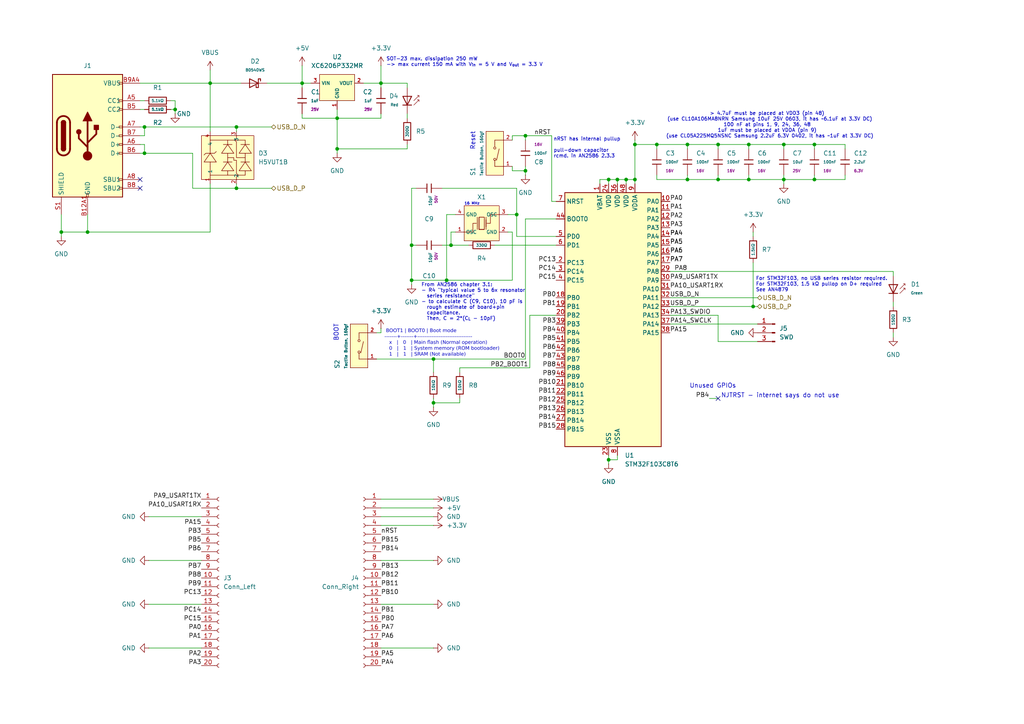
<source format=kicad_sch>
(kicad_sch
	(version 20250114)
	(generator "eeschema")
	(generator_version "9.0")
	(uuid "bca8bde7-1b71-423e-908f-8c2dd8a84df5")
	(paper "A4")
	(title_block
		(title "Pico STM32")
		(date "2025-09-05")
		(rev "1")
		(comment 1 "Copyright (c) 2025 Matthias Blankertz")
		(comment 2 "CC BY-SA 4.0")
	)
	
	(text "NJTRST - internet says do not use"
		(exclude_from_sim no)
		(at 226.314 114.808 0)
		(effects
			(font
				(size 1.27 1.27)
			)
		)
		(uuid "0de98a85-2cf7-4432-8650-a2f6ff1bb2bd")
	)
	(text "From AN2586 chapter 3.1:\n- R4 \"typical value 5 to 6x resonator\n  series resistance\"\n- to calculate C (C9, C10), 10 pF is\n  rough estimate of board+pin\n  capacitance.\n  Then, C = 2*(C_{L} - 10pF)"
		(exclude_from_sim no)
		(at 122.174 87.63 0)
		(effects
			(font
				(size 1.016 1.016)
			)
			(justify left)
			(href "https://www.st.com/resource/en/application_note/an2586-getting-started-with-stm32f10xxx-hardware-development-stmicroelectronics.pdf")
		)
		(uuid "176df50a-2bff-4e2c-ab47-bc8295068f50")
	)
	(text "nRST has internal pullup\n\npull-down capacitor\nrcmd. in AN2586 2.3.3"
		(exclude_from_sim no)
		(at 160.528 42.926 0)
		(effects
			(font
				(size 1.016 1.016)
			)
			(justify left)
		)
		(uuid "2be98501-37df-417a-ad86-6f0695c79dfa")
	)
	(text "Unused GPIOs"
		(exclude_from_sim no)
		(at 206.756 112.014 0)
		(effects
			(font
				(size 1.27 1.27)
			)
		)
		(uuid "51c5eb60-337e-43b4-95ae-026a33312373")
	)
	(text "SOT-23 max. dissipation 250 mW\n-> max current 150 mA with V_{in} = 5 V and V_{out} = 3.3 V"
		(exclude_from_sim no)
		(at 112.014 18.034 0)
		(effects
			(font
				(size 1.016 1.016)
			)
			(justify left)
		)
		(uuid "64608f3a-8257-4756-9539-456d0f847629")
	)
	(text "For STM32F103, no USB series resistor required.\nFor STM32F103, 1.5 kΩ pullop on D+ required\nSee AN4879"
		(exclude_from_sim no)
		(at 219.202 82.55 0)
		(effects
			(font
				(size 1.016 1.016)
			)
			(justify left)
			(href "https://www.st.com/resource/en/application_note/an4879-introduction-to-usb-hardware-and-pcb-guidelines-using-stm32-mcus-stmicroelectronics.pdf")
		)
		(uuid "923a1de2-3643-4080-9fb3-be3725fdf647")
	)
	(text "Reset"
		(exclude_from_sim no)
		(at 137.16 40.894 90)
		(effects
			(font
				(size 1.27 1.27)
			)
		)
		(uuid "9a0703c5-db31-4511-9301-5a1903bf4966")
	)
	(text " BOOT1 | BOOT0 | Boot mode\n-------+-------+-------------------------------\n   x   |   0   | Main flash (Normal operation) \n   0   |   1   | System memory (ROM bootloader)\n   1   |   1   | SRAM (Not available)    "
		(exclude_from_sim no)
		(at 111.506 99.822 0)
		(effects
			(font
				(face "Iosevka Fixed")
				(size 1.016 1.016)
			)
			(justify left)
		)
		(uuid "b229ff29-7b4e-4f5e-9307-6c0eb6b58f75")
	)
	(text "> 4.7uF must be placed at VDD3 (pin 48)\n  (use CL10A106MA8NRN Samsung 10uF 25V 0603, it has ~6.1uF at 3.3V DC)\n100 nF at pins 1, 9, 24, 36, 48\n1uF must be placed at VDDA (pin 9)\n  (use CL05A225MQ5NSNC Samsung 2.2uF 6.3V 0402, it has ~1uF at 3.3V DC)"
		(exclude_from_sim no)
		(at 222.504 36.322 0)
		(effects
			(font
				(size 1.016 1.016)
			)
		)
		(uuid "c7e8d18a-83ac-42b2-b506-7ba9b37b65f6")
	)
	(text "16 MHz"
		(exclude_from_sim no)
		(at 136.906 59.182 0)
		(effects
			(font
				(size 0.762 0.762)
			)
		)
		(uuid "d70d4257-6159-4ffa-9b12-2196703641cd")
	)
	(text "BOOT"
		(exclude_from_sim no)
		(at 97.536 96.52 90)
		(effects
			(font
				(size 1.27 1.27)
			)
		)
		(uuid "ff9fd2b2-9856-4537-9308-a463976340e4")
	)
	(junction
		(at 217.17 41.91)
		(diameter 0)
		(color 0 0 0 0)
		(uuid "065d8a08-0cc0-4d88-93a7-88b3b725b494")
	)
	(junction
		(at 50.8 31.75)
		(diameter 0)
		(color 0 0 0 0)
		(uuid "103c7078-b091-486c-9961-270d20c5fa4e")
	)
	(junction
		(at 119.38 71.12)
		(diameter 0)
		(color 0 0 0 0)
		(uuid "15413b07-760e-4612-bdb9-0c7dc4b805d0")
	)
	(junction
		(at 227.33 41.91)
		(diameter 0)
		(color 0 0 0 0)
		(uuid "1601b92f-71d9-4d86-992f-e61561130e14")
	)
	(junction
		(at 236.22 52.07)
		(diameter 0)
		(color 0 0 0 0)
		(uuid "19a2cf5b-9725-4a3c-8b9f-e3c7c652bc31")
	)
	(junction
		(at 119.38 81.28)
		(diameter 0)
		(color 0 0 0 0)
		(uuid "22183a79-352a-418e-9410-a081164910ab")
	)
	(junction
		(at 217.17 52.07)
		(diameter 0)
		(color 0 0 0 0)
		(uuid "2256fbd7-88da-4f86-8f52-e23ea7cebfa7")
	)
	(junction
		(at 176.53 133.35)
		(diameter 0)
		(color 0 0 0 0)
		(uuid "22ab1ee4-2596-4380-9289-7f99fefe9254")
	)
	(junction
		(at 97.79 43.18)
		(diameter 0)
		(color 0 0 0 0)
		(uuid "278f3007-587d-4cf7-9c18-84747c7ff29a")
	)
	(junction
		(at 152.4 39.37)
		(diameter 0)
		(color 0 0 0 0)
		(uuid "3168e21e-0f18-4020-9e1f-501e6a239c70")
	)
	(junction
		(at 130.81 71.12)
		(diameter 0)
		(color 0 0 0 0)
		(uuid "31dc9896-b36e-4eb4-8221-3d36e75247b5")
	)
	(junction
		(at 184.15 41.91)
		(diameter 0)
		(color 0 0 0 0)
		(uuid "33557d0c-5f70-4546-b478-094749793f07")
	)
	(junction
		(at 60.96 24.13)
		(diameter 0)
		(color 0 0 0 0)
		(uuid "39379791-c3bd-42da-9fb4-e87dd35b049b")
	)
	(junction
		(at 149.86 62.23)
		(diameter 0)
		(color 0 0 0 0)
		(uuid "3bd1067e-9fd9-4086-965a-3281a748804c")
	)
	(junction
		(at 68.58 54.61)
		(diameter 0)
		(color 0 0 0 0)
		(uuid "40f9cd4a-c934-47eb-b2ea-f151930eb46c")
	)
	(junction
		(at 199.39 41.91)
		(diameter 0)
		(color 0 0 0 0)
		(uuid "421724ed-ba9d-40d5-ba96-d9a8c55a9714")
	)
	(junction
		(at 110.49 24.13)
		(diameter 0)
		(color 0 0 0 0)
		(uuid "42ae7fa7-975c-4b9d-b61d-3b1757a0069f")
	)
	(junction
		(at 125.73 116.84)
		(diameter 0)
		(color 0 0 0 0)
		(uuid "4d000e9b-0676-4130-8f84-9d575bbaad57")
	)
	(junction
		(at 97.79 34.29)
		(diameter 0)
		(color 0 0 0 0)
		(uuid "620764c7-ce98-46b8-b03c-0dbce2e45af6")
	)
	(junction
		(at 181.61 52.07)
		(diameter 0)
		(color 0 0 0 0)
		(uuid "66aac186-b291-4fe5-abe7-3a005b31ce99")
	)
	(junction
		(at 208.28 41.91)
		(diameter 0)
		(color 0 0 0 0)
		(uuid "6725ce9c-ae8a-47d4-9e38-e905d0b3fd56")
	)
	(junction
		(at 87.63 24.13)
		(diameter 0)
		(color 0 0 0 0)
		(uuid "6e235f37-832b-40f5-a0bf-3837196270f2")
	)
	(junction
		(at 208.28 52.07)
		(diameter 0)
		(color 0 0 0 0)
		(uuid "77408af2-dee7-4b01-a160-e8b02254cd01")
	)
	(junction
		(at 199.39 52.07)
		(diameter 0)
		(color 0 0 0 0)
		(uuid "7970cdca-f962-4fae-a2b9-79985e96f473")
	)
	(junction
		(at 152.4 49.53)
		(diameter 0)
		(color 0 0 0 0)
		(uuid "8a7e82f3-8b14-42eb-be7f-be9905854acb")
	)
	(junction
		(at 41.91 44.45)
		(diameter 0)
		(color 0 0 0 0)
		(uuid "8d4d15e1-4622-4cfe-b72c-4bf1da183c0d")
	)
	(junction
		(at 179.07 52.07)
		(diameter 0)
		(color 0 0 0 0)
		(uuid "8ef48f3c-8372-4c96-90cc-688723088ee1")
	)
	(junction
		(at 176.53 52.07)
		(diameter 0)
		(color 0 0 0 0)
		(uuid "a777e426-f8d4-4d8e-a435-9f441d9ef241")
	)
	(junction
		(at 41.91 36.83)
		(diameter 0)
		(color 0 0 0 0)
		(uuid "b5ab0001-2136-4ab1-bc5c-218a0e327219")
	)
	(junction
		(at 129.54 81.28)
		(diameter 0)
		(color 0 0 0 0)
		(uuid "b9cee908-3d90-4d61-9acc-17cc3c752272")
	)
	(junction
		(at 190.5 41.91)
		(diameter 0)
		(color 0 0 0 0)
		(uuid "ba64f704-a023-4e84-b7c2-d42a5b748be0")
	)
	(junction
		(at 25.4 67.31)
		(diameter 0)
		(color 0 0 0 0)
		(uuid "bc3242d1-e7aa-4dd2-a8ea-7dc68ca5402d")
	)
	(junction
		(at 227.33 52.07)
		(diameter 0)
		(color 0 0 0 0)
		(uuid "c4958850-2520-437e-aee3-6ff0c9affc38")
	)
	(junction
		(at 184.15 52.07)
		(diameter 0)
		(color 0 0 0 0)
		(uuid "c899ae2f-4d41-4937-83b2-60035a1b6714")
	)
	(junction
		(at 218.44 88.9)
		(diameter 0)
		(color 0 0 0 0)
		(uuid "d030c756-8d9e-47a4-b01d-db1461876246")
	)
	(junction
		(at 125.73 104.14)
		(diameter 0)
		(color 0 0 0 0)
		(uuid "dd713638-8330-4d4e-9166-53531f6c61f5")
	)
	(junction
		(at 17.78 67.31)
		(diameter 0)
		(color 0 0 0 0)
		(uuid "e7fa8d3e-ffba-42d6-be8b-be07b35b23f8")
	)
	(junction
		(at 236.22 41.91)
		(diameter 0)
		(color 0 0 0 0)
		(uuid "f3a73adf-cd0b-42b8-83a3-441222f4b673")
	)
	(junction
		(at 68.58 36.83)
		(diameter 0)
		(color 0 0 0 0)
		(uuid "ffcf2942-a867-4fb0-9195-2750b27e5bee")
	)
	(no_connect
		(at 208.28 115.57)
		(uuid "2fd8e26c-4b23-4d9a-af38-2827c630dbcc")
	)
	(no_connect
		(at 40.64 54.61)
		(uuid "61e97ce0-595b-4816-b242-ef03e6c1d88d")
	)
	(no_connect
		(at 40.64 52.07)
		(uuid "e26ebe01-87ae-47ba-b97c-8ecb0eacd3b8")
	)
	(wire
		(pts
			(xy 236.22 41.91) (xy 245.11 41.91)
		)
		(stroke
			(width 0)
			(type default)
		)
		(uuid "0097b037-4430-45fb-946c-85f1fccc3d5c")
	)
	(wire
		(pts
			(xy 148.59 39.37) (xy 152.4 39.37)
		)
		(stroke
			(width 0)
			(type default)
		)
		(uuid "01a399c0-6e15-4412-b830-f88338aed5c0")
	)
	(wire
		(pts
			(xy 55.88 44.45) (xy 55.88 54.61)
		)
		(stroke
			(width 0)
			(type default)
		)
		(uuid "025f99fc-5cfb-481d-af4b-03cd703bb5eb")
	)
	(wire
		(pts
			(xy 227.33 52.07) (xy 227.33 53.34)
		)
		(stroke
			(width 0)
			(type default)
		)
		(uuid "0335a1b6-4505-4c65-aec4-b4419a7c90df")
	)
	(wire
		(pts
			(xy 190.5 52.07) (xy 199.39 52.07)
		)
		(stroke
			(width 0)
			(type default)
		)
		(uuid "03b490e4-dd04-4143-a932-6702d34fa076")
	)
	(wire
		(pts
			(xy 227.33 52.07) (xy 227.33 50.8)
		)
		(stroke
			(width 0)
			(type default)
		)
		(uuid "04d76157-c9e0-4f02-8ce2-0e6d5c6f2f8f")
	)
	(wire
		(pts
			(xy 105.41 24.13) (xy 110.49 24.13)
		)
		(stroke
			(width 0)
			(type default)
		)
		(uuid "0515086f-5e22-49a5-8cf4-bf8e1000405c")
	)
	(wire
		(pts
			(xy 217.17 41.91) (xy 227.33 41.91)
		)
		(stroke
			(width 0)
			(type default)
		)
		(uuid "054c11d5-3d3c-4a03-aecc-6f4cf8aaead7")
	)
	(wire
		(pts
			(xy 194.31 78.74) (xy 259.08 78.74)
		)
		(stroke
			(width 0)
			(type default)
		)
		(uuid "05f6f24a-51ab-41ca-bc04-584b4caf4f30")
	)
	(wire
		(pts
			(xy 87.63 33.02) (xy 87.63 34.29)
		)
		(stroke
			(width 0)
			(type default)
		)
		(uuid "070387b7-ff1c-4274-a63e-8e3660f735e1")
	)
	(wire
		(pts
			(xy 49.53 31.75) (xy 50.8 31.75)
		)
		(stroke
			(width 0)
			(type default)
		)
		(uuid "080f2a0c-6364-4bc3-9dbe-a067f2dfae67")
	)
	(wire
		(pts
			(xy 87.63 34.29) (xy 97.79 34.29)
		)
		(stroke
			(width 0)
			(type default)
		)
		(uuid "0916beaf-0094-4039-ab6a-f282d0a67c2e")
	)
	(wire
		(pts
			(xy 97.79 34.29) (xy 97.79 31.75)
		)
		(stroke
			(width 0)
			(type default)
		)
		(uuid "09549a0d-a9e2-4c94-82cd-ab6ed0a441ae")
	)
	(wire
		(pts
			(xy 217.17 52.07) (xy 227.33 52.07)
		)
		(stroke
			(width 0)
			(type default)
		)
		(uuid "0959e677-dfa9-4599-8694-5c5972fb2803")
	)
	(wire
		(pts
			(xy 119.38 81.28) (xy 129.54 81.28)
		)
		(stroke
			(width 0)
			(type default)
		)
		(uuid "0a416143-23ac-4545-8eef-ae880ecaf102")
	)
	(wire
		(pts
			(xy 130.81 67.31) (xy 130.81 71.12)
		)
		(stroke
			(width 0)
			(type default)
		)
		(uuid "0bbe351f-858d-4703-9800-dfa250a21279")
	)
	(wire
		(pts
			(xy 194.31 86.36) (xy 219.71 86.36)
		)
		(stroke
			(width 0)
			(type default)
		)
		(uuid "0c716ca3-2f56-4720-b4fb-38ed53141421")
	)
	(wire
		(pts
			(xy 97.79 43.18) (xy 97.79 34.29)
		)
		(stroke
			(width 0)
			(type default)
		)
		(uuid "0cdcc3b5-5cfc-40c8-b33b-6a9e6ad566f3")
	)
	(wire
		(pts
			(xy 184.15 41.91) (xy 184.15 52.07)
		)
		(stroke
			(width 0)
			(type default)
		)
		(uuid "0dc1b9f6-fd19-4414-bbc7-a91b4ad0c94b")
	)
	(wire
		(pts
			(xy 176.53 133.35) (xy 179.07 133.35)
		)
		(stroke
			(width 0)
			(type default)
		)
		(uuid "1130cc5e-8c8f-4bba-8f88-734b69ea4242")
	)
	(wire
		(pts
			(xy 40.64 36.83) (xy 41.91 36.83)
		)
		(stroke
			(width 0)
			(type default)
		)
		(uuid "12413652-0b9f-4790-a2a4-29086e8028a6")
	)
	(wire
		(pts
			(xy 118.11 41.91) (xy 118.11 43.18)
		)
		(stroke
			(width 0)
			(type default)
		)
		(uuid "12b2db09-979e-410f-a443-098cc835e58e")
	)
	(wire
		(pts
			(xy 199.39 41.91) (xy 199.39 43.18)
		)
		(stroke
			(width 0)
			(type default)
		)
		(uuid "13c4b3f7-53e7-4d41-bcbc-cab04e3563b1")
	)
	(wire
		(pts
			(xy 60.96 67.31) (xy 25.4 67.31)
		)
		(stroke
			(width 0)
			(type default)
		)
		(uuid "13d5e1bd-9636-4940-a436-cc09648f2a7d")
	)
	(wire
		(pts
			(xy 148.59 49.53) (xy 152.4 49.53)
		)
		(stroke
			(width 0)
			(type default)
		)
		(uuid "170ad039-596f-4980-8d32-15cf9b269ed2")
	)
	(wire
		(pts
			(xy 208.28 50.8) (xy 208.28 52.07)
		)
		(stroke
			(width 0)
			(type default)
		)
		(uuid "182e5232-0c66-4c2a-b93d-96a3c0e83063")
	)
	(wire
		(pts
			(xy 49.53 29.21) (xy 50.8 29.21)
		)
		(stroke
			(width 0)
			(type default)
		)
		(uuid "1b92e1a4-a62e-4999-bf30-81ac6f03a045")
	)
	(wire
		(pts
			(xy 68.58 53.34) (xy 68.58 54.61)
		)
		(stroke
			(width 0)
			(type default)
		)
		(uuid "1c618875-916e-4473-b51f-fbc7fb6be22e")
	)
	(wire
		(pts
			(xy 184.15 41.91) (xy 190.5 41.91)
		)
		(stroke
			(width 0)
			(type default)
		)
		(uuid "1d39a21f-7fb8-40b4-a13a-05bc329a7dfe")
	)
	(wire
		(pts
			(xy 110.49 19.05) (xy 110.49 24.13)
		)
		(stroke
			(width 0)
			(type default)
		)
		(uuid "1e84ca28-2ec2-4e4e-82ca-93dce779b195")
	)
	(wire
		(pts
			(xy 17.78 62.23) (xy 17.78 67.31)
		)
		(stroke
			(width 0)
			(type default)
		)
		(uuid "1f7b27e2-730c-4e88-b93d-8646c59b1bf4")
	)
	(wire
		(pts
			(xy 43.18 149.86) (xy 58.42 149.86)
		)
		(stroke
			(width 0)
			(type default)
		)
		(uuid "212f67e9-6148-4350-97ab-ac8bf9b0c148")
	)
	(wire
		(pts
			(xy 190.5 41.91) (xy 199.39 41.91)
		)
		(stroke
			(width 0)
			(type default)
		)
		(uuid "21ff2cbd-ece2-4314-af13-f0b02aefb6b3")
	)
	(wire
		(pts
			(xy 199.39 50.8) (xy 199.39 52.07)
		)
		(stroke
			(width 0)
			(type default)
		)
		(uuid "223195bf-982a-47bf-b7a1-05cafeb5433d")
	)
	(wire
		(pts
			(xy 133.35 106.68) (xy 153.67 106.68)
		)
		(stroke
			(width 0)
			(type default)
		)
		(uuid "22ab9b3b-841b-4efa-94a1-7cc12a197139")
	)
	(wire
		(pts
			(xy 208.28 91.44) (xy 208.28 99.06)
		)
		(stroke
			(width 0)
			(type default)
		)
		(uuid "258b7637-24cf-44b1-944f-558602ab9940")
	)
	(wire
		(pts
			(xy 120.65 54.61) (xy 119.38 54.61)
		)
		(stroke
			(width 0)
			(type default)
		)
		(uuid "2940b18d-0e4b-44f8-a084-c9f4a533d28b")
	)
	(wire
		(pts
			(xy 194.31 91.44) (xy 208.28 91.44)
		)
		(stroke
			(width 0)
			(type default)
		)
		(uuid "2c503e6f-8d32-46eb-ab74-8d2fc071f6a6")
	)
	(wire
		(pts
			(xy 41.91 36.83) (xy 68.58 36.83)
		)
		(stroke
			(width 0)
			(type default)
		)
		(uuid "2cabf226-415f-4a5f-911f-fc9459423348")
	)
	(wire
		(pts
			(xy 40.64 29.21) (xy 41.91 29.21)
		)
		(stroke
			(width 0)
			(type default)
		)
		(uuid "2ec23ed1-7b31-4876-9b3e-68d82f31f9a1")
	)
	(wire
		(pts
			(xy 218.44 88.9) (xy 219.71 88.9)
		)
		(stroke
			(width 0)
			(type default)
		)
		(uuid "30ec33a5-b646-405b-978c-70c5609ceeb1")
	)
	(wire
		(pts
			(xy 40.64 24.13) (xy 60.96 24.13)
		)
		(stroke
			(width 0)
			(type default)
		)
		(uuid "3187461c-d0a8-464d-98eb-213fcea72b62")
	)
	(wire
		(pts
			(xy 205.74 115.57) (xy 208.28 115.57)
		)
		(stroke
			(width 0)
			(type default)
		)
		(uuid "32236a9c-30d4-42a8-8fa6-3ef673c95b64")
	)
	(wire
		(pts
			(xy 119.38 82.55) (xy 119.38 81.28)
		)
		(stroke
			(width 0)
			(type default)
		)
		(uuid "3455cfc2-b98b-4e08-93da-14d84a0d30da")
	)
	(wire
		(pts
			(xy 176.53 133.35) (xy 176.53 134.62)
		)
		(stroke
			(width 0)
			(type default)
		)
		(uuid "345ad477-02fa-4d31-9efe-bcc6f2559e7c")
	)
	(wire
		(pts
			(xy 217.17 50.8) (xy 217.17 52.07)
		)
		(stroke
			(width 0)
			(type default)
		)
		(uuid "348ba0ac-8c92-4d0a-acb7-ec44b778b247")
	)
	(wire
		(pts
			(xy 148.59 40.64) (xy 148.59 39.37)
		)
		(stroke
			(width 0)
			(type default)
		)
		(uuid "364ed3ba-985f-4b25-a7e7-32aa150174dc")
	)
	(wire
		(pts
			(xy 259.08 96.52) (xy 259.08 97.79)
		)
		(stroke
			(width 0)
			(type default)
		)
		(uuid "371470ff-1404-48bd-9243-660b7f58cbe8")
	)
	(wire
		(pts
			(xy 125.73 144.78) (xy 110.49 144.78)
		)
		(stroke
			(width 0)
			(type default)
		)
		(uuid "385beb60-4fe4-4cd3-948b-867d317a9935")
	)
	(wire
		(pts
			(xy 118.11 33.02) (xy 118.11 34.29)
		)
		(stroke
			(width 0)
			(type default)
		)
		(uuid "39eca7aa-cad0-483b-8aad-e6c66b062b4f")
	)
	(wire
		(pts
			(xy 184.15 52.07) (xy 184.15 53.34)
		)
		(stroke
			(width 0)
			(type default)
		)
		(uuid "3be7f800-4021-4a45-a761-a596f8f144aa")
	)
	(wire
		(pts
			(xy 259.08 87.63) (xy 259.08 88.9)
		)
		(stroke
			(width 0)
			(type default)
		)
		(uuid "3f809cb4-0527-489a-9dac-70c3ca52fa9a")
	)
	(wire
		(pts
			(xy 25.4 67.31) (xy 25.4 62.23)
		)
		(stroke
			(width 0)
			(type default)
		)
		(uuid "40f8939b-0785-4ada-a543-c82c5669a1b1")
	)
	(wire
		(pts
			(xy 125.73 104.14) (xy 152.4 104.14)
		)
		(stroke
			(width 0)
			(type default)
		)
		(uuid "434f09b7-54f7-441e-8876-c781ee887611")
	)
	(wire
		(pts
			(xy 161.29 63.5) (xy 152.4 63.5)
		)
		(stroke
			(width 0)
			(type default)
		)
		(uuid "476d73e8-0433-4fa3-a3da-b352adea2c0d")
	)
	(wire
		(pts
			(xy 227.33 52.07) (xy 236.22 52.07)
		)
		(stroke
			(width 0)
			(type default)
		)
		(uuid "49a21735-870a-4e5f-85a5-bb8c80248446")
	)
	(wire
		(pts
			(xy 110.49 24.13) (xy 118.11 24.13)
		)
		(stroke
			(width 0)
			(type default)
		)
		(uuid "4b88a0dd-f525-4260-a933-daf8008f26a4")
	)
	(wire
		(pts
			(xy 125.73 104.14) (xy 125.73 107.95)
		)
		(stroke
			(width 0)
			(type default)
		)
		(uuid "4d00e364-1bd6-4eb7-9eae-4dffd132e4ef")
	)
	(wire
		(pts
			(xy 110.49 34.29) (xy 97.79 34.29)
		)
		(stroke
			(width 0)
			(type default)
		)
		(uuid "51cf0bf4-f4e0-4c33-b39d-a40ffee22c2d")
	)
	(wire
		(pts
			(xy 110.49 95.25) (xy 110.49 96.52)
		)
		(stroke
			(width 0)
			(type default)
		)
		(uuid "5207621d-c25b-4b36-9b52-4e922fda3dbe")
	)
	(wire
		(pts
			(xy 147.32 62.23) (xy 149.86 62.23)
		)
		(stroke
			(width 0)
			(type default)
		)
		(uuid "55ec3e1f-eaf9-48d7-984d-4fbcc3489f73")
	)
	(wire
		(pts
			(xy 119.38 81.28) (xy 119.38 71.12)
		)
		(stroke
			(width 0)
			(type default)
		)
		(uuid "56ced05a-af91-4822-a88e-1fd969b3db06")
	)
	(wire
		(pts
			(xy 128.27 71.12) (xy 130.81 71.12)
		)
		(stroke
			(width 0)
			(type default)
		)
		(uuid "5926bfd7-bb33-4c3f-b86a-0d6a379dfaf6")
	)
	(wire
		(pts
			(xy 208.28 41.91) (xy 199.39 41.91)
		)
		(stroke
			(width 0)
			(type default)
		)
		(uuid "593e1593-5ba3-4e65-aed3-72d4ab1e5b71")
	)
	(wire
		(pts
			(xy 125.73 149.86) (xy 110.49 149.86)
		)
		(stroke
			(width 0)
			(type default)
		)
		(uuid "593e2651-fdab-40bc-a01e-0ce3da57d4f5")
	)
	(wire
		(pts
			(xy 68.58 36.83) (xy 78.74 36.83)
		)
		(stroke
			(width 0)
			(type default)
		)
		(uuid "5b97d234-e498-4d8b-80c5-25087c37c863")
	)
	(wire
		(pts
			(xy 60.96 20.32) (xy 60.96 24.13)
		)
		(stroke
			(width 0)
			(type default)
		)
		(uuid "5f5bc9cd-f563-4fad-be54-78bdab75c228")
	)
	(wire
		(pts
			(xy 227.33 41.91) (xy 236.22 41.91)
		)
		(stroke
			(width 0)
			(type default)
		)
		(uuid "6083a791-9ce7-4fd8-816c-837580603d6b")
	)
	(wire
		(pts
			(xy 179.07 52.07) (xy 179.07 53.34)
		)
		(stroke
			(width 0)
			(type default)
		)
		(uuid "60847e99-495e-4112-880b-f814aee5838f")
	)
	(wire
		(pts
			(xy 125.73 187.96) (xy 110.49 187.96)
		)
		(stroke
			(width 0)
			(type default)
		)
		(uuid "60ec02ad-8b01-40dd-bd3c-76b4f7e4c1d4")
	)
	(wire
		(pts
			(xy 110.49 33.02) (xy 110.49 34.29)
		)
		(stroke
			(width 0)
			(type default)
		)
		(uuid "625a30e7-9564-47a8-8c9f-7208fbb65b67")
	)
	(wire
		(pts
			(xy 190.5 41.91) (xy 190.5 43.18)
		)
		(stroke
			(width 0)
			(type default)
		)
		(uuid "62cf9b78-46d6-488c-ae7a-113b09b3d341")
	)
	(wire
		(pts
			(xy 40.64 41.91) (xy 41.91 41.91)
		)
		(stroke
			(width 0)
			(type default)
		)
		(uuid "643bbc9e-2b05-4175-8968-57a98c401ed5")
	)
	(wire
		(pts
			(xy 125.73 162.56) (xy 110.49 162.56)
		)
		(stroke
			(width 0)
			(type default)
		)
		(uuid "6449dbc7-12a0-4677-984d-6f0b63ee6f63")
	)
	(wire
		(pts
			(xy 179.07 52.07) (xy 181.61 52.07)
		)
		(stroke
			(width 0)
			(type default)
		)
		(uuid "6476b196-d7e0-4527-8a59-ede3b00abf97")
	)
	(wire
		(pts
			(xy 176.53 52.07) (xy 179.07 52.07)
		)
		(stroke
			(width 0)
			(type default)
		)
		(uuid "68a14b13-3827-47ec-99e2-c6962b022a67")
	)
	(wire
		(pts
			(xy 236.22 52.07) (xy 245.11 52.07)
		)
		(stroke
			(width 0)
			(type default)
		)
		(uuid "6c658b45-4020-4105-963e-b3676651ba6d")
	)
	(wire
		(pts
			(xy 218.44 67.31) (xy 218.44 68.58)
		)
		(stroke
			(width 0)
			(type default)
		)
		(uuid "6f456bcd-5d4d-471d-8e13-4ead500dc0d5")
	)
	(wire
		(pts
			(xy 97.79 43.18) (xy 118.11 43.18)
		)
		(stroke
			(width 0)
			(type default)
		)
		(uuid "7153e7cc-5019-49ad-bc6c-786064a3c419")
	)
	(wire
		(pts
			(xy 125.73 115.57) (xy 125.73 116.84)
		)
		(stroke
			(width 0)
			(type default)
		)
		(uuid "71e95f9f-6ec9-4d5a-876a-9f73ed21d449")
	)
	(wire
		(pts
			(xy 129.54 81.28) (xy 148.59 81.28)
		)
		(stroke
			(width 0)
			(type default)
		)
		(uuid "73e47769-26b0-4b08-8758-a472b76152f9")
	)
	(wire
		(pts
			(xy 236.22 41.91) (xy 236.22 43.18)
		)
		(stroke
			(width 0)
			(type default)
		)
		(uuid "794ab667-c11b-4dfa-a362-8da8bdbce002")
	)
	(wire
		(pts
			(xy 153.67 106.68) (xy 153.67 91.44)
		)
		(stroke
			(width 0)
			(type default)
		)
		(uuid "797d097b-2be1-4e96-b46c-39ed5cbd89be")
	)
	(wire
		(pts
			(xy 160.02 58.42) (xy 161.29 58.42)
		)
		(stroke
			(width 0)
			(type default)
		)
		(uuid "7a0c1037-10fe-4d94-80a9-a067a8220228")
	)
	(wire
		(pts
			(xy 179.07 133.35) (xy 179.07 132.08)
		)
		(stroke
			(width 0)
			(type default)
		)
		(uuid "7a45c7c6-fe16-4faf-b666-de1a35a6741c")
	)
	(wire
		(pts
			(xy 208.28 41.91) (xy 208.28 43.18)
		)
		(stroke
			(width 0)
			(type default)
		)
		(uuid "7c22b9eb-d6e1-429e-ad7e-66f60c5a577c")
	)
	(wire
		(pts
			(xy 41.91 36.83) (xy 41.91 39.37)
		)
		(stroke
			(width 0)
			(type default)
		)
		(uuid "7c9eec9e-c747-4d50-8381-d15948de8d34")
	)
	(wire
		(pts
			(xy 152.4 63.5) (xy 152.4 104.14)
		)
		(stroke
			(width 0)
			(type default)
		)
		(uuid "81d8f5c0-f239-4e87-82db-54a04d48fd56")
	)
	(wire
		(pts
			(xy 148.59 49.53) (xy 148.59 48.26)
		)
		(stroke
			(width 0)
			(type default)
		)
		(uuid "85ce16ca-c2c7-43e9-b757-17791e05c255")
	)
	(wire
		(pts
			(xy 87.63 24.13) (xy 87.63 25.4)
		)
		(stroke
			(width 0)
			(type default)
		)
		(uuid "88784411-f0ff-47fc-8395-fc5b74e6deca")
	)
	(wire
		(pts
			(xy 148.59 67.31) (xy 148.59 81.28)
		)
		(stroke
			(width 0)
			(type default)
		)
		(uuid "88ec6734-e02f-4e96-8eef-7909f2a95585")
	)
	(wire
		(pts
			(xy 118.11 24.13) (xy 118.11 25.4)
		)
		(stroke
			(width 0)
			(type default)
		)
		(uuid "893c3585-5003-4114-8a25-bee4a3a97b8a")
	)
	(wire
		(pts
			(xy 120.65 71.12) (xy 119.38 71.12)
		)
		(stroke
			(width 0)
			(type default)
		)
		(uuid "89425256-6e23-45aa-861d-09d30ab10d1a")
	)
	(wire
		(pts
			(xy 110.49 96.52) (xy 109.22 96.52)
		)
		(stroke
			(width 0)
			(type default)
		)
		(uuid "8ab917fe-0a88-41e1-8227-5db2998ccc87")
	)
	(wire
		(pts
			(xy 50.8 31.75) (xy 50.8 33.02)
		)
		(stroke
			(width 0)
			(type default)
		)
		(uuid "8ac1172b-49cf-4729-82d7-4c44a1317776")
	)
	(wire
		(pts
			(xy 176.53 52.07) (xy 176.53 53.34)
		)
		(stroke
			(width 0)
			(type default)
		)
		(uuid "8b61a8ee-9183-4762-a892-38f93772fb54")
	)
	(wire
		(pts
			(xy 173.99 52.07) (xy 176.53 52.07)
		)
		(stroke
			(width 0)
			(type default)
		)
		(uuid "8cd46e7a-1013-439f-bf84-de2ebe9b4d59")
	)
	(wire
		(pts
			(xy 68.58 36.83) (xy 68.58 38.1)
		)
		(stroke
			(width 0)
			(type default)
		)
		(uuid "8eec735f-fd3f-4c75-a448-09687b31c790")
	)
	(wire
		(pts
			(xy 194.31 88.9) (xy 218.44 88.9)
		)
		(stroke
			(width 0)
			(type default)
		)
		(uuid "8f783960-9575-487d-b5df-a8b4e4c07913")
	)
	(wire
		(pts
			(xy 50.8 29.21) (xy 50.8 31.75)
		)
		(stroke
			(width 0)
			(type default)
		)
		(uuid "8f8fd213-4471-4323-b070-8d637ffd645e")
	)
	(wire
		(pts
			(xy 77.47 24.13) (xy 87.63 24.13)
		)
		(stroke
			(width 0)
			(type default)
		)
		(uuid "91c8da10-ccea-456b-ac64-1f17854e80c6")
	)
	(wire
		(pts
			(xy 125.73 116.84) (xy 125.73 118.11)
		)
		(stroke
			(width 0)
			(type default)
		)
		(uuid "91e6f490-4c2c-40fa-bb65-7b33ff67c893")
	)
	(wire
		(pts
			(xy 152.4 49.53) (xy 152.4 50.8)
		)
		(stroke
			(width 0)
			(type default)
		)
		(uuid "957be608-b024-4b9f-9954-bdcfeea0a048")
	)
	(wire
		(pts
			(xy 128.27 54.61) (xy 149.86 54.61)
		)
		(stroke
			(width 0)
			(type default)
		)
		(uuid "9610f41a-174e-4b23-a50b-78ec3609df28")
	)
	(wire
		(pts
			(xy 190.5 50.8) (xy 190.5 52.07)
		)
		(stroke
			(width 0)
			(type default)
		)
		(uuid "9a03175a-7f65-4cd6-a3d7-9ac4bd3ef52a")
	)
	(wire
		(pts
			(xy 132.08 62.23) (xy 129.54 62.23)
		)
		(stroke
			(width 0)
			(type default)
		)
		(uuid "9e301703-c39c-4c36-926f-9978f197300b")
	)
	(wire
		(pts
			(xy 60.96 24.13) (xy 60.96 38.1)
		)
		(stroke
			(width 0)
			(type default)
		)
		(uuid "9ece7b7b-3ce5-4614-8889-d228f80a72de")
	)
	(wire
		(pts
			(xy 184.15 40.64) (xy 184.15 41.91)
		)
		(stroke
			(width 0)
			(type default)
		)
		(uuid "9f94deb8-f3e5-4fd5-bcb6-627f38bb2e8a")
	)
	(wire
		(pts
			(xy 110.49 152.4) (xy 125.73 152.4)
		)
		(stroke
			(width 0)
			(type default)
		)
		(uuid "a1ff2e65-29cd-4bff-8467-8448f3a52a47")
	)
	(wire
		(pts
			(xy 153.67 91.44) (xy 161.29 91.44)
		)
		(stroke
			(width 0)
			(type default)
		)
		(uuid "a4fe3b2a-2c94-41af-8961-bc61c6befa8b")
	)
	(wire
		(pts
			(xy 245.11 41.91) (xy 245.11 43.18)
		)
		(stroke
			(width 0)
			(type default)
		)
		(uuid "a53ff22a-13d9-4ec1-9ac8-0f70cb53e0ef")
	)
	(wire
		(pts
			(xy 125.73 147.32) (xy 110.49 147.32)
		)
		(stroke
			(width 0)
			(type default)
		)
		(uuid "a6e5fe24-7338-4132-ab2e-e15765defd5a")
	)
	(wire
		(pts
			(xy 160.02 39.37) (xy 160.02 58.42)
		)
		(stroke
			(width 0)
			(type default)
		)
		(uuid "a7ac0b92-8565-471f-8b72-b30223f713d6")
	)
	(wire
		(pts
			(xy 218.44 76.2) (xy 218.44 88.9)
		)
		(stroke
			(width 0)
			(type default)
		)
		(uuid "a832cf45-ef5d-4e25-a7df-75b2dd1aa2cc")
	)
	(wire
		(pts
			(xy 119.38 71.12) (xy 119.38 54.61)
		)
		(stroke
			(width 0)
			(type default)
		)
		(uuid "a92bc40f-0094-4c69-899a-49a6dae6b7ae")
	)
	(wire
		(pts
			(xy 17.78 67.31) (xy 17.78 68.58)
		)
		(stroke
			(width 0)
			(type default)
		)
		(uuid "aa408401-686e-4243-92a8-8ca2f34ad7eb")
	)
	(wire
		(pts
			(xy 149.86 62.23) (xy 149.86 54.61)
		)
		(stroke
			(width 0)
			(type default)
		)
		(uuid "aad93ab5-c463-4c2b-ba4c-75c4d8ecbae9")
	)
	(wire
		(pts
			(xy 43.18 162.56) (xy 58.42 162.56)
		)
		(stroke
			(width 0)
			(type default)
		)
		(uuid "ac809e06-9f7e-4404-ac2f-24c6f4e46ed7")
	)
	(wire
		(pts
			(xy 208.28 52.07) (xy 217.17 52.07)
		)
		(stroke
			(width 0)
			(type default)
		)
		(uuid "b28a9049-19e9-4276-824a-2c282c5a92db")
	)
	(wire
		(pts
			(xy 199.39 52.07) (xy 208.28 52.07)
		)
		(stroke
			(width 0)
			(type default)
		)
		(uuid "b4392472-d169-41d6-bce0-df269c3cba02")
	)
	(wire
		(pts
			(xy 87.63 19.05) (xy 87.63 24.13)
		)
		(stroke
			(width 0)
			(type default)
		)
		(uuid "b4b17d82-abed-43a0-b91b-ac4a5ab9120a")
	)
	(wire
		(pts
			(xy 109.22 104.14) (xy 125.73 104.14)
		)
		(stroke
			(width 0)
			(type default)
		)
		(uuid "b53c2633-43a0-4d31-b497-3305b05e9b37")
	)
	(wire
		(pts
			(xy 147.32 67.31) (xy 148.59 67.31)
		)
		(stroke
			(width 0)
			(type default)
		)
		(uuid "b84f4aad-639d-4cd9-9484-9add37f0da39")
	)
	(wire
		(pts
			(xy 227.33 43.18) (xy 227.33 41.91)
		)
		(stroke
			(width 0)
			(type default)
		)
		(uuid "b8e813b3-9a73-4495-a4f5-7d912f53d029")
	)
	(wire
		(pts
			(xy 97.79 44.45) (xy 97.79 43.18)
		)
		(stroke
			(width 0)
			(type default)
		)
		(uuid "b911981b-d832-4ba3-870a-6bbb71fd1e81")
	)
	(wire
		(pts
			(xy 17.78 67.31) (xy 25.4 67.31)
		)
		(stroke
			(width 0)
			(type default)
		)
		(uuid "bbcde3bb-2163-496b-90f4-7391bebea132")
	)
	(wire
		(pts
			(xy 149.86 68.58) (xy 149.86 62.23)
		)
		(stroke
			(width 0)
			(type default)
		)
		(uuid "bcdc975d-2a05-474b-9281-d30664d6a32a")
	)
	(wire
		(pts
			(xy 55.88 54.61) (xy 68.58 54.61)
		)
		(stroke
			(width 0)
			(type default)
		)
		(uuid "bda5570b-be94-4dfd-ab66-ab9d7e222b0d")
	)
	(wire
		(pts
			(xy 236.22 52.07) (xy 236.22 50.8)
		)
		(stroke
			(width 0)
			(type default)
		)
		(uuid "c08427e8-30af-47ba-8bfa-50669b208c8d")
	)
	(wire
		(pts
			(xy 259.08 78.74) (xy 259.08 80.01)
		)
		(stroke
			(width 0)
			(type default)
		)
		(uuid "c261f353-d894-411c-8c3c-87aee846fcfe")
	)
	(wire
		(pts
			(xy 125.73 175.26) (xy 110.49 175.26)
		)
		(stroke
			(width 0)
			(type default)
		)
		(uuid "c3a628f3-16ca-4308-9705-79b7f122d855")
	)
	(wire
		(pts
			(xy 217.17 41.91) (xy 217.17 43.18)
		)
		(stroke
			(width 0)
			(type default)
		)
		(uuid "c4ae7d83-7d30-4083-badd-d0aa6cef50df")
	)
	(wire
		(pts
			(xy 245.11 52.07) (xy 245.11 50.8)
		)
		(stroke
			(width 0)
			(type default)
		)
		(uuid "cad572a1-cb74-4f77-b9c0-03354eb3dffe")
	)
	(wire
		(pts
			(xy 41.91 44.45) (xy 55.88 44.45)
		)
		(stroke
			(width 0)
			(type default)
		)
		(uuid "cbc13e4c-fcbf-40b2-b1a8-e3714e13d23d")
	)
	(wire
		(pts
			(xy 132.08 67.31) (xy 130.81 67.31)
		)
		(stroke
			(width 0)
			(type default)
		)
		(uuid "ccecd900-073f-4773-a29b-1b61d488bf7c")
	)
	(wire
		(pts
			(xy 194.31 93.98) (xy 219.71 93.98)
		)
		(stroke
			(width 0)
			(type default)
		)
		(uuid "ccf5e18a-82a2-456d-9450-1445b5b6b262")
	)
	(wire
		(pts
			(xy 41.91 44.45) (xy 40.64 44.45)
		)
		(stroke
			(width 0)
			(type default)
		)
		(uuid "cd63c8ec-6db2-4644-bdfb-262952751cbe")
	)
	(wire
		(pts
			(xy 129.54 62.23) (xy 129.54 81.28)
		)
		(stroke
			(width 0)
			(type default)
		)
		(uuid "ce687da7-98af-4c59-ad7d-9c69fad581f8")
	)
	(wire
		(pts
			(xy 152.4 39.37) (xy 152.4 40.64)
		)
		(stroke
			(width 0)
			(type default)
		)
		(uuid "d0700500-0ac5-416c-9910-6c382a25a5aa")
	)
	(wire
		(pts
			(xy 41.91 41.91) (xy 41.91 44.45)
		)
		(stroke
			(width 0)
			(type default)
		)
		(uuid "d243768d-fd8b-47cd-9c66-8b796ecc7af4")
	)
	(wire
		(pts
			(xy 133.35 116.84) (xy 125.73 116.84)
		)
		(stroke
			(width 0)
			(type default)
		)
		(uuid "d31b2331-be5d-4da2-98d5-9e1c7e6015e7")
	)
	(wire
		(pts
			(xy 152.4 48.26) (xy 152.4 49.53)
		)
		(stroke
			(width 0)
			(type default)
		)
		(uuid "d58a7961-c19e-4d6b-93e4-51d15cb2f897")
	)
	(wire
		(pts
			(xy 68.58 54.61) (xy 78.74 54.61)
		)
		(stroke
			(width 0)
			(type default)
		)
		(uuid "da0e1a54-9a5d-41ea-88d2-a8022bfbf05b")
	)
	(wire
		(pts
			(xy 133.35 106.68) (xy 133.35 107.95)
		)
		(stroke
			(width 0)
			(type default)
		)
		(uuid "db6a39b2-ab4b-4fbb-b18f-9ff823f672ee")
	)
	(wire
		(pts
			(xy 217.17 41.91) (xy 208.28 41.91)
		)
		(stroke
			(width 0)
			(type default)
		)
		(uuid "dc4c8322-4e08-4699-930d-aefe289960a9")
	)
	(wire
		(pts
			(xy 181.61 52.07) (xy 181.61 53.34)
		)
		(stroke
			(width 0)
			(type default)
		)
		(uuid "dd644320-aa92-43fd-9a1d-407aebae1c0d")
	)
	(wire
		(pts
			(xy 130.81 71.12) (xy 135.89 71.12)
		)
		(stroke
			(width 0)
			(type default)
		)
		(uuid "dfc26c7c-5d31-44f9-862b-fa3c0f51d30e")
	)
	(wire
		(pts
			(xy 152.4 39.37) (xy 160.02 39.37)
		)
		(stroke
			(width 0)
			(type default)
		)
		(uuid "dfecdc3b-d928-4656-b199-3a801ee6b24c")
	)
	(wire
		(pts
			(xy 43.18 175.26) (xy 58.42 175.26)
		)
		(stroke
			(width 0)
			(type default)
		)
		(uuid "e114854d-6eb6-42bd-90c6-dbbc56ccc3bb")
	)
	(wire
		(pts
			(xy 133.35 115.57) (xy 133.35 116.84)
		)
		(stroke
			(width 0)
			(type default)
		)
		(uuid "e212ea57-fab4-4d88-a1fe-1f332db27fb8")
	)
	(wire
		(pts
			(xy 60.96 53.34) (xy 60.96 67.31)
		)
		(stroke
			(width 0)
			(type default)
		)
		(uuid "e24775dd-26c1-4f80-87a4-7199ba0f2b94")
	)
	(wire
		(pts
			(xy 43.18 187.96) (xy 58.42 187.96)
		)
		(stroke
			(width 0)
			(type default)
		)
		(uuid "e31f93e9-25a0-4632-b863-201e22e9f81e")
	)
	(wire
		(pts
			(xy 90.17 24.13) (xy 87.63 24.13)
		)
		(stroke
			(width 0)
			(type default)
		)
		(uuid "e4e8e543-bdce-4170-a9ce-419be1e80151")
	)
	(wire
		(pts
			(xy 173.99 53.34) (xy 173.99 52.07)
		)
		(stroke
			(width 0)
			(type default)
		)
		(uuid "ec7fa9b0-5c01-4be7-af4b-308aca42352c")
	)
	(wire
		(pts
			(xy 143.51 71.12) (xy 161.29 71.12)
		)
		(stroke
			(width 0)
			(type default)
		)
		(uuid "ee29edf1-7f56-4b93-b27e-af9556f9182b")
	)
	(wire
		(pts
			(xy 181.61 52.07) (xy 184.15 52.07)
		)
		(stroke
			(width 0)
			(type default)
		)
		(uuid "f0fb9528-74d1-43ca-bfeb-1e20920bfa15")
	)
	(wire
		(pts
			(xy 40.64 31.75) (xy 41.91 31.75)
		)
		(stroke
			(width 0)
			(type default)
		)
		(uuid "f1a378cd-1ca7-4a7c-8449-d8409179f850")
	)
	(wire
		(pts
			(xy 208.28 99.06) (xy 219.71 99.06)
		)
		(stroke
			(width 0)
			(type default)
		)
		(uuid "f3922ef8-1800-4e38-b275-82396769a203")
	)
	(wire
		(pts
			(xy 161.29 68.58) (xy 149.86 68.58)
		)
		(stroke
			(width 0)
			(type default)
		)
		(uuid "f415b1e7-4f02-4fbd-a7ee-4a35220f5130")
	)
	(wire
		(pts
			(xy 176.53 132.08) (xy 176.53 133.35)
		)
		(stroke
			(width 0)
			(type default)
		)
		(uuid "f717693e-b495-45d4-af38-8cb0f6f736c5")
	)
	(wire
		(pts
			(xy 60.96 24.13) (xy 69.85 24.13)
		)
		(stroke
			(width 0)
			(type default)
		)
		(uuid "fae724b7-23fc-4999-85c5-cf2101f567d1")
	)
	(wire
		(pts
			(xy 41.91 39.37) (xy 40.64 39.37)
		)
		(stroke
			(width 0)
			(type default)
		)
		(uuid "fecc5ca3-1654-4752-aef7-f07b775f1952")
	)
	(wire
		(pts
			(xy 110.49 24.13) (xy 110.49 25.4)
		)
		(stroke
			(width 0)
			(type default)
		)
		(uuid "ffb6efc4-9bf4-483c-a5b7-70f6b29a36a8")
	)
	(label "PA7"
		(at 110.49 182.88 0)
		(effects
			(font
				(size 1.27 1.27)
			)
			(justify left bottom)
		)
		(uuid "016f47f2-9cf5-4a7e-8485-008e52bd1695")
	)
	(label "PA4"
		(at 194.31 68.58 0)
		(effects
			(font
				(size 1.27 1.27)
			)
			(justify left bottom)
		)
		(uuid "09dbc308-893a-4de3-9c80-8b589a607183")
	)
	(label "PA14_SWCLK"
		(at 194.31 93.98 0)
		(effects
			(font
				(size 1.27 1.27)
			)
			(justify left bottom)
		)
		(uuid "0a7e8888-2a95-44f5-b56f-717cf2ddc9f9")
	)
	(label "PA4"
		(at 110.49 193.04 0)
		(effects
			(font
				(size 1.27 1.27)
			)
			(justify left bottom)
		)
		(uuid "0b4a2324-493e-4d32-8ed1-ddadb9659a8a")
	)
	(label "PB13"
		(at 110.49 165.1 0)
		(effects
			(font
				(size 1.27 1.27)
			)
			(justify left bottom)
		)
		(uuid "115c8441-585e-4315-a988-ae40a61706d1")
	)
	(label "PA9_USART1TX"
		(at 194.31 81.28 0)
		(effects
			(font
				(size 1.27 1.27)
			)
			(justify left bottom)
		)
		(uuid "13eddada-b3a7-4201-b04a-c8015d7fe7f2")
	)
	(label "PC14"
		(at 58.42 177.8 180)
		(effects
			(font
				(size 1.27 1.27)
			)
			(justify right bottom)
		)
		(uuid "18950470-ca14-41e5-8823-07c61bd3d9e4")
	)
	(label "PB12"
		(at 110.49 167.64 0)
		(effects
			(font
				(size 1.27 1.27)
			)
			(justify left bottom)
		)
		(uuid "190ffa6b-552e-4b2b-a925-51727f9f392d")
	)
	(label "PA15"
		(at 58.42 152.4 180)
		(effects
			(font
				(size 1.27 1.27)
			)
			(justify right bottom)
		)
		(uuid "22131c70-aa5f-4b69-8880-c236cce3ade6")
	)
	(label "PB8"
		(at 58.42 167.64 180)
		(effects
			(font
				(size 1.27 1.27)
			)
			(justify right bottom)
		)
		(uuid "256aca9a-3040-4f66-8d7e-924ecd5ca8e9")
	)
	(label "PB11"
		(at 161.29 114.3 180)
		(effects
			(font
				(size 1.27 1.27)
			)
			(justify right bottom)
		)
		(uuid "27553a63-7916-48fc-afe8-60e1f8015555")
	)
	(label "PB10"
		(at 161.29 111.76 180)
		(effects
			(font
				(size 1.27 1.27)
			)
			(justify right bottom)
		)
		(uuid "27553a63-7916-48fc-afe8-60e1f8015556")
	)
	(label "PB12"
		(at 161.29 116.84 180)
		(effects
			(font
				(size 1.27 1.27)
			)
			(justify right bottom)
		)
		(uuid "27553a63-7916-48fc-afe8-60e1f8015557")
	)
	(label "PB14"
		(at 161.29 121.92 180)
		(effects
			(font
				(size 1.27 1.27)
			)
			(justify right bottom)
		)
		(uuid "27553a63-7916-48fc-afe8-60e1f8015558")
	)
	(label "PB15"
		(at 161.29 124.46 180)
		(effects
			(font
				(size 1.27 1.27)
			)
			(justify right bottom)
		)
		(uuid "27553a63-7916-48fc-afe8-60e1f8015559")
	)
	(label "PB13"
		(at 161.29 119.38 180)
		(effects
			(font
				(size 1.27 1.27)
			)
			(justify right bottom)
		)
		(uuid "27553a63-7916-48fc-afe8-60e1f801555a")
	)
	(label "PB11"
		(at 110.49 170.18 0)
		(effects
			(font
				(size 1.27 1.27)
			)
			(justify left bottom)
		)
		(uuid "28deb565-b209-479d-98ff-9a9a473df453")
	)
	(label "PA8"
		(at 195.58 78.74 0)
		(effects
			(font
				(size 1.27 1.27)
			)
			(justify left bottom)
		)
		(uuid "2d97c37a-4c7d-4faf-a3fd-9e27583024a5")
	)
	(label "PA0"
		(at 194.31 58.42 0)
		(effects
			(font
				(size 1.27 1.27)
			)
			(justify left bottom)
		)
		(uuid "2fd57dca-aab0-4ed6-8e0b-b352c2a13da8")
	)
	(label "PA7"
		(at 194.31 76.2 0)
		(effects
			(font
				(size 1.27 1.27)
			)
			(justify left bottom)
		)
		(uuid "34da2a65-633b-492e-aabf-78ea66c0b47e")
	)
	(label "PB7"
		(at 58.42 165.1 180)
		(effects
			(font
				(size 1.27 1.27)
			)
			(justify right bottom)
		)
		(uuid "38521991-1a46-44f9-b703-03fa905f5b10")
	)
	(label "PB4"
		(at 161.29 96.52 180)
		(effects
			(font
				(size 1.27 1.27)
			)
			(justify right bottom)
		)
		(uuid "41ddf293-4262-4bb3-ba26-2b3c0a6cd886")
	)
	(label "PC15"
		(at 58.42 180.34 180)
		(effects
			(font
				(size 1.27 1.27)
			)
			(justify right bottom)
		)
		(uuid "424960f9-e67a-464e-be48-7eb9ecd020ce")
	)
	(label "PB5"
		(at 161.29 99.06 180)
		(effects
			(font
				(size 1.27 1.27)
			)
			(justify right bottom)
		)
		(uuid "43a451fe-9973-42a9-822d-4b5c2685d3b9")
	)
	(label "PB6"
		(at 161.29 101.6 180)
		(effects
			(font
				(size 1.27 1.27)
			)
			(justify right bottom)
		)
		(uuid "4521efec-88db-4a5c-882a-5c6e8c5450bc")
	)
	(label "PB7"
		(at 161.29 104.14 180)
		(effects
			(font
				(size 1.27 1.27)
			)
			(justify right bottom)
		)
		(uuid "4521efec-88db-4a5c-882a-5c6e8c5450bd")
	)
	(label "PB8"
		(at 161.29 106.68 180)
		(effects
			(font
				(size 1.27 1.27)
			)
			(justify right bottom)
		)
		(uuid "4521efec-88db-4a5c-882a-5c6e8c5450be")
	)
	(label "PB9"
		(at 161.29 109.22 180)
		(effects
			(font
				(size 1.27 1.27)
			)
			(justify right bottom)
		)
		(uuid "4521efec-88db-4a5c-882a-5c6e8c5450bf")
	)
	(label "PB0"
		(at 110.49 180.34 0)
		(effects
			(font
				(size 1.27 1.27)
			)
			(justify left bottom)
		)
		(uuid "4c7c1b68-f77e-449e-9b21-687bf0b7123a")
	)
	(label "PB2_BOOT1"
		(at 142.24 106.68 0)
		(effects
			(font
				(size 1.27 1.27)
			)
			(justify left bottom)
		)
		(uuid "4cb66486-a92c-4545-9ee9-4ce2f3e6047e")
	)
	(label "PB14"
		(at 110.49 160.02 0)
		(effects
			(font
				(size 1.27 1.27)
			)
			(justify left bottom)
		)
		(uuid "52f96504-7cd0-4f19-aac3-43f53f93a307")
	)
	(label "USB_D_P"
		(at 194.31 88.9 0)
		(effects
			(font
				(size 1.27 1.27)
			)
			(justify left bottom)
		)
		(uuid "57e576a6-83a7-4bb0-8d29-fe19d95f2b36")
	)
	(label "PA1"
		(at 58.42 185.42 180)
		(effects
			(font
				(size 1.27 1.27)
			)
			(justify right bottom)
		)
		(uuid "58a4ee43-8df4-42fd-9e42-20edc0b19b96")
	)
	(label "PA0"
		(at 58.42 182.88 180)
		(effects
			(font
				(size 1.27 1.27)
			)
			(justify right bottom)
		)
		(uuid "6c1e6bff-bb7d-414d-a5ed-dd5bbb83a12c")
	)
	(label "PA3"
		(at 58.42 193.04 180)
		(effects
			(font
				(size 1.27 1.27)
			)
			(justify right bottom)
		)
		(uuid "6d7a0a69-ed3b-47b1-aa5a-4803b15b95aa")
	)
	(label "PA6"
		(at 194.31 73.66 0)
		(effects
			(font
				(size 1.27 1.27)
			)
			(justify left bottom)
		)
		(uuid "6e1cc4e7-453c-4203-a6e7-75608072d8d1")
	)
	(label "PA13_SWDIO"
		(at 194.31 91.44 0)
		(effects
			(font
				(size 1.27 1.27)
			)
			(justify left bottom)
		)
		(uuid "6e6103e1-93a2-49fe-b7e1-5997b29d0ce3")
	)
	(label "PC14"
		(at 161.29 78.74 180)
		(effects
			(font
				(size 1.27 1.27)
			)
			(justify right bottom)
		)
		(uuid "701f8089-726b-48b1-95d4-9f7e78e0d02f")
	)
	(label "PC15"
		(at 161.29 81.28 180)
		(effects
			(font
				(size 1.27 1.27)
			)
			(justify right bottom)
		)
		(uuid "701f8089-726b-48b1-95d4-9f7e78e0d030")
	)
	(label "PC13"
		(at 161.29 76.2 180)
		(effects
			(font
				(size 1.27 1.27)
			)
			(justify right bottom)
		)
		(uuid "701f8089-726b-48b1-95d4-9f7e78e0d031")
	)
	(label "PA7"
		(at 194.31 76.2 0)
		(effects
			(font
				(size 1.27 1.27)
			)
			(justify left bottom)
		)
		(uuid "7957cc3b-2b11-4ff8-838c-2ed1ad80f024")
	)
	(label "PA5"
		(at 194.31 71.12 0)
		(effects
			(font
				(size 1.27 1.27)
			)
			(justify left bottom)
		)
		(uuid "7bc86c99-a349-4cee-89f5-8a21a264905c")
	)
	(label "PB1"
		(at 110.49 177.8 0)
		(effects
			(font
				(size 1.27 1.27)
			)
			(justify left bottom)
		)
		(uuid "82f1db31-18aa-4050-9ec7-f4ed30a9c3b9")
	)
	(label "PA6"
		(at 110.49 185.42 0)
		(effects
			(font
				(size 1.27 1.27)
			)
			(justify left bottom)
		)
		(uuid "873019b4-7455-44d2-b5a9-f378e95558f3")
	)
	(label "PA4"
		(at 194.31 68.58 0)
		(effects
			(font
				(size 1.27 1.27)
			)
			(justify left bottom)
		)
		(uuid "898590d6-d98f-403b-a427-a7aec08c47ec")
	)
	(label "PC13"
		(at 58.42 172.72 180)
		(effects
			(font
				(size 1.27 1.27)
			)
			(justify right bottom)
		)
		(uuid "9a305364-2653-4b86-ae75-ef34cbe49269")
	)
	(label "PB3"
		(at 58.42 154.94 180)
		(effects
			(font
				(size 1.27 1.27)
			)
			(justify right bottom)
		)
		(uuid "9bf8280b-7d87-4780-8170-4f46351d4d71")
	)
	(label "PB3"
		(at 161.29 93.98 180)
		(effects
			(font
				(size 1.27 1.27)
			)
			(justify right bottom)
		)
		(uuid "9ca8278b-5d47-4260-bddf-7708515aee8a")
	)
	(label "USB_D_N"
		(at 194.31 86.36 0)
		(effects
			(font
				(size 1.27 1.27)
			)
			(justify left bottom)
		)
		(uuid "a21abf2c-9da6-4327-85a3-578d98558488")
	)
	(label "nRST"
		(at 110.49 154.94 0)
		(effects
			(font
				(size 1.27 1.27)
			)
			(justify left bottom)
		)
		(uuid "a4541513-7935-4ac3-b505-091212a404f2")
	)
	(label "PA2"
		(at 58.42 190.5 180)
		(effects
			(font
				(size 1.27 1.27)
			)
			(justify right bottom)
		)
		(uuid "a4e2df1a-5401-4109-9a3b-41cc1cf8173c")
	)
	(label "BOOT0"
		(at 146.05 104.14 0)
		(effects
			(font
				(size 1.27 1.27)
			)
			(justify left bottom)
		)
		(uuid "b9da0c35-6cfe-45fb-b61e-af316fa22731")
	)
	(label "PA2"
		(at 194.31 63.5 0)
		(effects
			(font
				(size 1.27 1.27)
			)
			(justify left bottom)
		)
		(uuid "bebc0066-dbd7-4b9d-a353-543a52072f83")
	)
	(label "PB4"
		(at 205.74 115.57 180)
		(effects
			(font
				(size 1.27 1.27)
			)
			(justify right bottom)
		)
		(uuid "c1071514-fec9-4bd7-b78f-2c86faf8e5a3")
	)
	(label "PB9"
		(at 58.42 170.18 180)
		(effects
			(font
				(size 1.27 1.27)
			)
			(justify right bottom)
		)
		(uuid "c19639dd-d115-4d7b-b742-833f963d792a")
	)
	(label "PA9_USART1TX"
		(at 58.42 144.78 180)
		(effects
			(font
				(size 1.27 1.27)
			)
			(justify right bottom)
		)
		(uuid "c24eb958-d76d-4393-b03a-5b3d7b9ff9ce")
	)
	(label "PB15"
		(at 110.49 157.48 0)
		(effects
			(font
				(size 1.27 1.27)
			)
			(justify left bottom)
		)
		(uuid "cbf66645-c0e9-454a-b288-50274ab2edfb")
	)
	(label "PA1"
		(at 194.31 60.96 0)
		(effects
			(font
				(size 1.27 1.27)
			)
			(justify left bottom)
		)
		(uuid "cca83d0b-4954-4ee6-8f63-3a074cddf99c")
	)
	(label "nRST"
		(at 154.94 39.37 0)
		(effects
			(font
				(size 1.27 1.27)
			)
			(justify left bottom)
		)
		(uuid "d46a94e7-05a5-4eac-81b8-f01c083187c7")
	)
	(label "PA5"
		(at 194.31 71.12 0)
		(effects
			(font
				(size 1.27 1.27)
			)
			(justify left bottom)
		)
		(uuid "d72d0149-bf61-4e8e-a8cd-4daa33965095")
	)
	(label "PA10_USART1RX"
		(at 58.42 147.32 180)
		(effects
			(font
				(size 1.27 1.27)
			)
			(justify right bottom)
		)
		(uuid "e12d5254-013f-4796-84f2-f4eccf67f8fd")
	)
	(label "PA5"
		(at 110.49 190.5 0)
		(effects
			(font
				(size 1.27 1.27)
			)
			(justify left bottom)
		)
		(uuid "e7743bad-1184-4e01-b521-087f74582099")
	)
	(label "PB6"
		(at 58.42 160.02 180)
		(effects
			(font
				(size 1.27 1.27)
			)
			(justify right bottom)
		)
		(uuid "e887d597-43e9-4ebe-b7ab-ddb6413259c7")
	)
	(label "PA3"
		(at 194.31 66.04 0)
		(effects
			(font
				(size 1.27 1.27)
			)
			(justify left bottom)
		)
		(uuid "ef5a7aa7-6f4f-4e00-b6dd-b92937f2f46a")
	)
	(label "PB5"
		(at 58.42 157.48 180)
		(effects
			(font
				(size 1.27 1.27)
			)
			(justify right bottom)
		)
		(uuid "f1587efb-0eb3-4291-89a6-4bf8289620a5")
	)
	(label "PA10_USART1RX"
		(at 194.31 83.82 0)
		(effects
			(font
				(size 1.27 1.27)
			)
			(justify left bottom)
		)
		(uuid "f3b615c1-7870-46d2-b9c4-84c3307c2648")
	)
	(label "PA6"
		(at 194.31 73.66 0)
		(effects
			(font
				(size 1.27 1.27)
			)
			(justify left bottom)
		)
		(uuid "fa2c7cae-5534-42e5-9a5f-ea0341d1aafb")
	)
	(label "PB1"
		(at 161.29 88.9 180)
		(effects
			(font
				(size 1.27 1.27)
			)
			(justify right bottom)
		)
		(uuid "fb09ebf6-7894-415f-b061-4940de681412")
	)
	(label "PB0"
		(at 161.29 86.36 180)
		(effects
			(font
				(size 1.27 1.27)
			)
			(justify right bottom)
		)
		(uuid "fb09ebf6-7894-415f-b061-4940de681413")
	)
	(label "PB10"
		(at 110.49 172.72 0)
		(effects
			(font
				(size 1.27 1.27)
			)
			(justify left bottom)
		)
		(uuid "fc096d90-7dc3-4725-a651-5389c70a9e7b")
	)
	(label "PA15"
		(at 194.31 96.52 0)
		(effects
			(font
				(size 1.27 1.27)
			)
			(justify left bottom)
		)
		(uuid "fcc5b66d-42d0-4a58-b76d-1c92e3e15e85")
	)
	(hierarchical_label "USB_D_N"
		(shape bidirectional)
		(at 219.71 86.36 0)
		(effects
			(font
				(size 1.27 1.27)
			)
			(justify left)
		)
		(uuid "56ea433f-985f-4196-949b-b9cc0e0b4913")
	)
	(hierarchical_label "USB_D_N"
		(shape bidirectional)
		(at 78.74 36.83 0)
		(effects
			(font
				(size 1.27 1.27)
			)
			(justify left)
		)
		(uuid "a5b0743a-27b2-4f7b-82ba-f61a94cd9343")
	)
	(hierarchical_label "USB_D_P"
		(shape bidirectional)
		(at 78.74 54.61 0)
		(effects
			(font
				(size 1.27 1.27)
			)
			(justify left)
		)
		(uuid "ad0c54b8-886d-4c19-8362-117b2c8d4639")
	)
	(hierarchical_label "USB_D_P"
		(shape bidirectional)
		(at 219.71 88.9 0)
		(effects
			(font
				(size 1.27 1.27)
			)
			(justify left)
		)
		(uuid "fe9681ef-66d5-4e06-be0e-9adabb6d7eb7")
	)
	(symbol
		(lib_id "PCM_JLCPCB-Diodes:Schottky,B0540WS")
		(at 73.66 24.13 90)
		(unit 1)
		(exclude_from_sim no)
		(in_bom yes)
		(on_board yes)
		(dnp no)
		(fields_autoplaced yes)
		(uuid "001cced7-9698-42ee-8973-f17f55532bc9")
		(property "Reference" "D2"
			(at 73.9775 17.78 90)
			(effects
				(font
					(size 1.27 1.27)
				)
			)
		)
		(property "Value" "B0540WS"
			(at 73.9775 20.32 90)
			(effects
				(font
					(size 0.8 0.8)
				)
			)
		)
		(property "Footprint" "PCM_JLCPCB:D_SOD-323"
			(at 73.66 25.908 90)
			(effects
				(font
					(size 1.27 1.27)
				)
				(hide yes)
			)
		)
		(property "Datasheet" "https://wmsc.lcsc.com/wmsc/upload/file/pdf/v2/lcsc/2308281514_hongjiacheng-B0540WS_C7420326.pdf"
			(at 73.66 24.13 0)
			(effects
				(font
					(size 1.27 1.27)
				)
				(hide yes)
			)
		)
		(property "Description" "40V Independent Type 500mA 510mV@500mA SOD-323 Schottky Diodes ROHS"
			(at 73.66 24.13 0)
			(effects
				(font
					(size 1.27 1.27)
				)
				(hide yes)
			)
		)
		(property "LCSC" "C7420326"
			(at 73.66 24.13 0)
			(effects
				(font
					(size 1.27 1.27)
				)
				(hide yes)
			)
		)
		(property "Stock" "261810"
			(at 73.66 24.13 0)
			(effects
				(font
					(size 1.27 1.27)
				)
				(hide yes)
			)
		)
		(property "Price" "0.018USD"
			(at 73.66 24.13 0)
			(effects
				(font
					(size 1.27 1.27)
				)
				(hide yes)
			)
		)
		(property "Process" "SMT"
			(at 73.66 24.13 0)
			(effects
				(font
					(size 1.27 1.27)
				)
				(hide yes)
			)
		)
		(property "Minimum Qty" "20"
			(at 73.66 24.13 0)
			(effects
				(font
					(size 1.27 1.27)
				)
				(hide yes)
			)
		)
		(property "Attrition Qty" "6"
			(at 73.66 24.13 0)
			(effects
				(font
					(size 1.27 1.27)
				)
				(hide yes)
			)
		)
		(property "Class" "Preferred Component"
			(at 73.66 24.13 0)
			(effects
				(font
					(size 1.27 1.27)
				)
				(hide yes)
			)
		)
		(property "Category" "Diodes,Schottky Barrier Diodes (SBD)"
			(at 73.66 24.13 0)
			(effects
				(font
					(size 1.27 1.27)
				)
				(hide yes)
			)
		)
		(property "Manufacturer" "hongjiacheng"
			(at 73.66 24.13 0)
			(effects
				(font
					(size 1.27 1.27)
				)
				(hide yes)
			)
		)
		(property "Part" "B0540WS"
			(at 73.66 24.13 0)
			(effects
				(font
					(size 1.27 1.27)
				)
				(hide yes)
			)
		)
		(pin "2"
			(uuid "ef77a966-4603-4621-a288-6466a099b14b")
		)
		(pin "1"
			(uuid "dfbbf68a-643e-46a5-8d84-731d6f7dc068")
		)
		(instances
			(project ""
				(path "/bca8bde7-1b71-423e-908f-8c2dd8a84df5"
					(reference "D2")
					(unit 1)
				)
			)
		)
	)
	(symbol
		(lib_id "PCM_JLCPCB-Capacitors:0402,10pF")
		(at 124.46 71.12 90)
		(mirror x)
		(unit 1)
		(exclude_from_sim no)
		(in_bom yes)
		(on_board yes)
		(dnp no)
		(uuid "09f9b246-e654-45aa-ac19-20d3e8911708")
		(property "Reference" "C10"
			(at 124.46 80.01 90)
			(effects
				(font
					(size 1.27 1.27)
				)
			)
		)
		(property "Value" "10pF"
			(at 124.8382 73.152 0)
			(effects
				(font
					(size 0.8 0.8)
				)
				(justify left)
			)
		)
		(property "Footprint" "PCM_JLCPCB:C_0402"
			(at 124.46 69.342 90)
			(effects
				(font
					(size 1.27 1.27)
				)
				(hide yes)
			)
		)
		(property "Datasheet" "https://www.lcsc.com/datasheet/lcsc_datasheet_2304140030_Samsung-Electro-Mechanics-CL05C100JB5NNNC_C32949.pdf"
			(at 124.46 71.12 0)
			(effects
				(font
					(size 1.27 1.27)
				)
				(hide yes)
			)
		)
		(property "Description" "50V 10pF C0G ±5% 0402 Multilayer Ceramic Capacitors MLCC - SMD/SMT ROHS"
			(at 124.46 71.12 0)
			(effects
				(font
					(size 1.27 1.27)
				)
				(hide yes)
			)
		)
		(property "LCSC" "C32949"
			(at 124.46 71.12 0)
			(effects
				(font
					(size 1.27 1.27)
				)
				(hide yes)
			)
		)
		(property "Stock" "564575"
			(at 124.46 71.12 0)
			(effects
				(font
					(size 1.27 1.27)
				)
				(hide yes)
			)
		)
		(property "Price" "0.007USD"
			(at 124.46 71.12 0)
			(effects
				(font
					(size 1.27 1.27)
				)
				(hide yes)
			)
		)
		(property "Process" "SMT"
			(at 124.46 71.12 0)
			(effects
				(font
					(size 1.27 1.27)
				)
				(hide yes)
			)
		)
		(property "Minimum Qty" "20"
			(at 124.46 71.12 0)
			(effects
				(font
					(size 1.27 1.27)
				)
				(hide yes)
			)
		)
		(property "Attrition Qty" "10"
			(at 124.46 71.12 0)
			(effects
				(font
					(size 1.27 1.27)
				)
				(hide yes)
			)
		)
		(property "Class" "Basic Component"
			(at 124.46 71.12 0)
			(effects
				(font
					(size 1.27 1.27)
				)
				(hide yes)
			)
		)
		(property "Category" "Capacitors,Multilayer Ceramic Capacitors MLCC - SMD/SMT"
			(at 124.46 71.12 0)
			(effects
				(font
					(size 1.27 1.27)
				)
				(hide yes)
			)
		)
		(property "Manufacturer" "Samsung Electro-Mechanics"
			(at 124.46 71.12 0)
			(effects
				(font
					(size 1.27 1.27)
				)
				(hide yes)
			)
		)
		(property "Part" "CL05C100JB5NNNC"
			(at 124.46 71.12 0)
			(effects
				(font
					(size 1.27 1.27)
				)
				(hide yes)
			)
		)
		(property "Voltage Rated" "50V"
			(at 126.5062 73.152 0)
			(effects
				(font
					(size 0.8 0.8)
				)
				(justify left)
			)
		)
		(property "Tolerance" "±5%"
			(at 124.46 71.12 0)
			(effects
				(font
					(size 1.27 1.27)
				)
				(hide yes)
			)
		)
		(property "Capacitance" "10pF"
			(at 124.46 71.12 0)
			(effects
				(font
					(size 1.27 1.27)
				)
				(hide yes)
			)
		)
		(property "Temperature Coefficient" "C0G"
			(at 124.46 71.12 0)
			(effects
				(font
					(size 1.27 1.27)
				)
				(hide yes)
			)
		)
		(pin "2"
			(uuid "2516cf8a-170d-41a1-bbe7-05c89b855aca")
		)
		(pin "1"
			(uuid "245ebada-6a8e-48b8-9f38-5ba2163b9c1a")
		)
		(instances
			(project "mini-stm-board"
				(path "/bca8bde7-1b71-423e-908f-8c2dd8a84df5"
					(reference "C10")
					(unit 1)
				)
			)
		)
	)
	(symbol
		(lib_id "PCM_JLCPCB-Capacitors:0402,100nF")
		(at 236.22 46.99 0)
		(unit 1)
		(exclude_from_sim no)
		(in_bom yes)
		(on_board yes)
		(dnp no)
		(fields_autoplaced yes)
		(uuid "0e347212-8c47-4b33-8ec3-e5561d84a4a8")
		(property "Reference" "C11"
			(at 238.76 44.4499 0)
			(effects
				(font
					(size 1.27 1.27)
				)
				(justify left)
			)
		)
		(property "Value" "100nF"
			(at 238.76 46.99 0)
			(effects
				(font
					(size 0.8 0.8)
				)
				(justify left)
			)
		)
		(property "Footprint" "PCM_JLCPCB:C_0402"
			(at 234.442 46.99 90)
			(effects
				(font
					(size 1.27 1.27)
				)
				(hide yes)
			)
		)
		(property "Datasheet" "https://www.lcsc.com/datasheet/lcsc_datasheet_2304140030_Samsung-Electro-Mechanics-CL05B104KO5NNNC_C1525.pdf"
			(at 236.22 46.99 0)
			(effects
				(font
					(size 1.27 1.27)
				)
				(hide yes)
			)
		)
		(property "Description" "16V 100nF X7R ±10% 0402 Multilayer Ceramic Capacitors MLCC - SMD/SMT ROHS"
			(at 236.22 46.99 0)
			(effects
				(font
					(size 1.27 1.27)
				)
				(hide yes)
			)
		)
		(property "LCSC" "C1525"
			(at 236.22 46.99 0)
			(effects
				(font
					(size 1.27 1.27)
				)
				(hide yes)
			)
		)
		(property "Stock" "20208285"
			(at 236.22 46.99 0)
			(effects
				(font
					(size 1.27 1.27)
				)
				(hide yes)
			)
		)
		(property "Price" "0.004USD"
			(at 236.22 46.99 0)
			(effects
				(font
					(size 1.27 1.27)
				)
				(hide yes)
			)
		)
		(property "Process" "SMT"
			(at 236.22 46.99 0)
			(effects
				(font
					(size 1.27 1.27)
				)
				(hide yes)
			)
		)
		(property "Minimum Qty" "20"
			(at 236.22 46.99 0)
			(effects
				(font
					(size 1.27 1.27)
				)
				(hide yes)
			)
		)
		(property "Attrition Qty" "10"
			(at 236.22 46.99 0)
			(effects
				(font
					(size 1.27 1.27)
				)
				(hide yes)
			)
		)
		(property "Class" "Basic Component"
			(at 236.22 46.99 0)
			(effects
				(font
					(size 1.27 1.27)
				)
				(hide yes)
			)
		)
		(property "Category" "Capacitors,Multilayer Ceramic Capacitors MLCC - SMD/SMT"
			(at 236.22 46.99 0)
			(effects
				(font
					(size 1.27 1.27)
				)
				(hide yes)
			)
		)
		(property "Manufacturer" "Samsung Electro-Mechanics"
			(at 236.22 46.99 0)
			(effects
				(font
					(size 1.27 1.27)
				)
				(hide yes)
			)
		)
		(property "Part" "CL05B104KO5NNNC"
			(at 236.22 46.99 0)
			(effects
				(font
					(size 1.27 1.27)
				)
				(hide yes)
			)
		)
		(property "Voltage Rated" "16V"
			(at 238.76 49.53 0)
			(effects
				(font
					(size 0.8 0.8)
				)
				(justify left)
			)
		)
		(property "Tolerance" "±10%"
			(at 236.22 46.99 0)
			(effects
				(font
					(size 1.27 1.27)
				)
				(hide yes)
			)
		)
		(property "Capacitance" "100nF"
			(at 236.22 46.99 0)
			(effects
				(font
					(size 1.27 1.27)
				)
				(hide yes)
			)
		)
		(property "Temperature Coefficient" "X7R"
			(at 236.22 46.99 0)
			(effects
				(font
					(size 1.27 1.27)
				)
				(hide yes)
			)
		)
		(pin "1"
			(uuid "c4cd4f76-9db2-48c5-a9c8-f3c745a0ff93")
		)
		(pin "2"
			(uuid "73d8cf0f-0286-4e1d-8b2a-14ddd716b8d3")
		)
		(instances
			(project "mini-stm-board"
				(path "/bca8bde7-1b71-423e-908f-8c2dd8a84df5"
					(reference "C11")
					(unit 1)
				)
			)
		)
	)
	(symbol
		(lib_id "power:GND")
		(at 176.53 134.62 0)
		(unit 1)
		(exclude_from_sim no)
		(in_bom yes)
		(on_board yes)
		(dnp no)
		(fields_autoplaced yes)
		(uuid "10088fb7-f38e-438d-8267-eccbf590504c")
		(property "Reference" "#PWR06"
			(at 176.53 140.97 0)
			(effects
				(font
					(size 1.27 1.27)
				)
				(hide yes)
			)
		)
		(property "Value" "GND"
			(at 176.53 139.7 0)
			(effects
				(font
					(size 1.27 1.27)
				)
			)
		)
		(property "Footprint" ""
			(at 176.53 134.62 0)
			(effects
				(font
					(size 1.27 1.27)
				)
				(hide yes)
			)
		)
		(property "Datasheet" ""
			(at 176.53 134.62 0)
			(effects
				(font
					(size 1.27 1.27)
				)
				(hide yes)
			)
		)
		(property "Description" "Power symbol creates a global label with name \"GND\" , ground"
			(at 176.53 134.62 0)
			(effects
				(font
					(size 1.27 1.27)
				)
				(hide yes)
			)
		)
		(pin "1"
			(uuid "32fd717b-bbab-43ee-92c0-3e0f4a5c10dd")
		)
		(instances
			(project "mini-stm-board"
				(path "/bca8bde7-1b71-423e-908f-8c2dd8a84df5"
					(reference "#PWR06")
					(unit 1)
				)
			)
		)
	)
	(symbol
		(lib_id "power:GND")
		(at 50.8 33.02 0)
		(unit 1)
		(exclude_from_sim no)
		(in_bom yes)
		(on_board yes)
		(dnp no)
		(uuid "1f9f0a40-537b-4ddb-a940-96eebbe6748f")
		(property "Reference" "#PWR05"
			(at 50.8 39.37 0)
			(effects
				(font
					(size 1.27 1.27)
				)
				(hide yes)
			)
		)
		(property "Value" "GND"
			(at 53.34 33.02 0)
			(effects
				(font
					(size 1.27 1.27)
				)
			)
		)
		(property "Footprint" ""
			(at 50.8 33.02 0)
			(effects
				(font
					(size 1.27 1.27)
				)
				(hide yes)
			)
		)
		(property "Datasheet" ""
			(at 50.8 33.02 0)
			(effects
				(font
					(size 1.27 1.27)
				)
				(hide yes)
			)
		)
		(property "Description" "Power symbol creates a global label with name \"GND\" , ground"
			(at 50.8 33.02 0)
			(effects
				(font
					(size 1.27 1.27)
				)
				(hide yes)
			)
		)
		(pin "1"
			(uuid "413593ed-fe1a-48dc-a4bc-e0a2486f93c1")
		)
		(instances
			(project "mini-stm-board"
				(path "/bca8bde7-1b71-423e-908f-8c2dd8a84df5"
					(reference "#PWR05")
					(unit 1)
				)
			)
		)
	)
	(symbol
		(lib_id "PCM_JLCPCB-Resistors:0402,300Ω")
		(at 118.11 38.1 0)
		(unit 1)
		(exclude_from_sim no)
		(in_bom yes)
		(on_board yes)
		(dnp no)
		(fields_autoplaced yes)
		(uuid "20124c4c-8c54-46b7-8825-c348da793eb8")
		(property "Reference" "R5"
			(at 120.65 38.0999 0)
			(effects
				(font
					(size 1.27 1.27)
				)
				(justify left)
			)
		)
		(property "Value" "300Ω"
			(at 118.11 38.1 90)
			(do_not_autoplace yes)
			(effects
				(font
					(size 0.8 0.8)
				)
			)
		)
		(property "Footprint" "PCM_JLCPCB:R_0402"
			(at 116.332 38.1 90)
			(effects
				(font
					(size 1.27 1.27)
				)
				(hide yes)
			)
		)
		(property "Datasheet" "https://www.lcsc.com/datasheet/lcsc_datasheet_2205311900_UNI-ROYAL-Uniroyal-Elec-0402WGF3000TCE_C25102.pdf"
			(at 118.11 38.1 0)
			(effects
				(font
					(size 1.27 1.27)
				)
				(hide yes)
			)
		)
		(property "Description" "62.5mW Thick Film Resistors 50V ±100ppm/°C ±1% 300Ω 0402 Chip Resistor - Surface Mount ROHS"
			(at 118.11 38.1 0)
			(effects
				(font
					(size 1.27 1.27)
				)
				(hide yes)
			)
		)
		(property "LCSC" "C25102"
			(at 118.11 38.1 0)
			(effects
				(font
					(size 1.27 1.27)
				)
				(hide yes)
			)
		)
		(property "Stock" "234904"
			(at 118.11 38.1 0)
			(effects
				(font
					(size 1.27 1.27)
				)
				(hide yes)
			)
		)
		(property "Price" "0.004USD"
			(at 118.11 38.1 0)
			(effects
				(font
					(size 1.27 1.27)
				)
				(hide yes)
			)
		)
		(property "Process" "SMT"
			(at 118.11 38.1 0)
			(effects
				(font
					(size 1.27 1.27)
				)
				(hide yes)
			)
		)
		(property "Minimum Qty" "20"
			(at 118.11 38.1 0)
			(effects
				(font
					(size 1.27 1.27)
				)
				(hide yes)
			)
		)
		(property "Attrition Qty" "10"
			(at 118.11 38.1 0)
			(effects
				(font
					(size 1.27 1.27)
				)
				(hide yes)
			)
		)
		(property "Class" "Preferred Component"
			(at 118.11 38.1 0)
			(effects
				(font
					(size 1.27 1.27)
				)
				(hide yes)
			)
		)
		(property "Category" "Resistors,Chip Resistor - Surface Mount"
			(at 118.11 38.1 0)
			(effects
				(font
					(size 1.27 1.27)
				)
				(hide yes)
			)
		)
		(property "Manufacturer" "UNI-ROYAL(Uniroyal Elec)"
			(at 118.11 38.1 0)
			(effects
				(font
					(size 1.27 1.27)
				)
				(hide yes)
			)
		)
		(property "Part" "0402WGF3000TCE"
			(at 118.11 38.1 0)
			(effects
				(font
					(size 1.27 1.27)
				)
				(hide yes)
			)
		)
		(property "Resistance" "300Ω"
			(at 118.11 38.1 0)
			(effects
				(font
					(size 1.27 1.27)
				)
				(hide yes)
			)
		)
		(property "Power(Watts)" "62.5mW"
			(at 118.11 38.1 0)
			(effects
				(font
					(size 1.27 1.27)
				)
				(hide yes)
			)
		)
		(property "Type" "Thick Film Resistors"
			(at 118.11 38.1 0)
			(effects
				(font
					(size 1.27 1.27)
				)
				(hide yes)
			)
		)
		(property "Overload Voltage (Max)" "50V"
			(at 118.11 38.1 0)
			(effects
				(font
					(size 1.27 1.27)
				)
				(hide yes)
			)
		)
		(property "Operating Temperature Range" "-55°C~+155°C"
			(at 118.11 38.1 0)
			(effects
				(font
					(size 1.27 1.27)
				)
				(hide yes)
			)
		)
		(property "Tolerance" "±1%"
... [127873 chars truncated]
</source>
